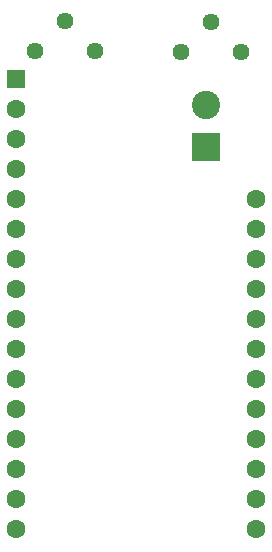
<source format=gbs>
%TF.GenerationSoftware,KiCad,Pcbnew,5.1.7-a382d34a8~88~ubuntu18.04.1*%
%TF.CreationDate,2021-01-04T13:18:22+01:00*%
%TF.ProjectId,wearable_biosonification,77656172-6162-46c6-955f-62696f736f6e,rev?*%
%TF.SameCoordinates,Original*%
%TF.FileFunction,Soldermask,Bot*%
%TF.FilePolarity,Negative*%
%FSLAX46Y46*%
G04 Gerber Fmt 4.6, Leading zero omitted, Abs format (unit mm)*
G04 Created by KiCad (PCBNEW 5.1.7-a382d34a8~88~ubuntu18.04.1) date 2021-01-04 13:18:22*
%MOMM*%
%LPD*%
G01*
G04 APERTURE LIST*
%ADD10C,1.600000*%
%ADD11R,1.600000X1.600000*%
%ADD12C,1.440000*%
%ADD13C,2.400000*%
%ADD14R,2.400000X2.400000*%
G04 APERTURE END LIST*
D10*
%TO.C,A1*%
X89920000Y-97000000D03*
X89920000Y-94460000D03*
X89920000Y-91920000D03*
X89920000Y-89380000D03*
X89920000Y-86840000D03*
X89920000Y-84300000D03*
X89920000Y-81760000D03*
X89920000Y-79220000D03*
X89920000Y-76680000D03*
X89920000Y-74140000D03*
X89920000Y-71600000D03*
X89920000Y-69060000D03*
D11*
X69600000Y-58900000D03*
D10*
X69600000Y-61440000D03*
X69600000Y-63980000D03*
X69600000Y-66520000D03*
X69600000Y-69060000D03*
X69600000Y-71600000D03*
X69600000Y-74140000D03*
X69600000Y-76680000D03*
X69600000Y-79220000D03*
X69600000Y-81760000D03*
X69600000Y-84300000D03*
X69600000Y-86840000D03*
X69600000Y-89380000D03*
X69600000Y-91920000D03*
X69600000Y-94460000D03*
X69600000Y-97000000D03*
%TD*%
D12*
%TO.C,RV2*%
X71200000Y-56500000D03*
X73740000Y-53960000D03*
X76280000Y-56500000D03*
%TD*%
%TO.C,RV1*%
X83600000Y-56600000D03*
X86140000Y-54060000D03*
X88680000Y-56600000D03*
%TD*%
D13*
%TO.C,J1*%
X85700000Y-61100000D03*
D14*
X85700000Y-64600000D03*
%TD*%
M02*

</source>
